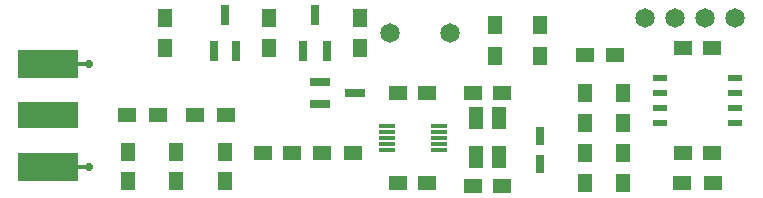
<source format=gbr>
G04 #@! TF.FileFunction,Soldermask,Top*
%FSLAX46Y46*%
G04 Gerber Fmt 4.6, Leading zero omitted, Abs format (unit mm)*
G04 Created by KiCad (PCBNEW 0.201510251816+6278~30~ubuntu14.04.1-product) date Mon 26 Oct 2015 11:17:12 PM CDT*
%MOMM*%
G01*
G04 APERTURE LIST*
%ADD10C,0.100000*%
%ADD11R,1.250000X1.500000*%
%ADD12R,1.500000X1.250000*%
%ADD13R,1.501140X1.198880*%
%ADD14C,1.651000*%
%ADD15R,1.800860X0.800100*%
%ADD16R,1.198880X1.501140*%
%ADD17R,0.800100X1.800860*%
%ADD18R,1.400000X0.300000*%
%ADD19R,1.143000X0.508000*%
%ADD20C,0.711200*%
%ADD21R,0.889000X0.457200*%
%ADD22R,5.080000X2.413000*%
%ADD23R,5.080000X2.286000*%
%ADD24R,1.200000X1.900000*%
%ADD25R,0.700000X1.600000*%
G04 APERTURE END LIST*
D10*
D11*
X126873000Y-87610000D03*
X126873000Y-85110000D03*
X123190000Y-98913000D03*
X123190000Y-96413000D03*
D12*
X128885000Y-96520000D03*
X126385000Y-96520000D03*
D11*
X118999000Y-98913000D03*
X118999000Y-96413000D03*
X118110000Y-85110000D03*
X118110000Y-87610000D03*
X114935000Y-98913000D03*
X114935000Y-96413000D03*
D12*
X144165000Y-91440000D03*
X146665000Y-91440000D03*
X146665000Y-99314000D03*
X144165000Y-99314000D03*
D11*
X156845000Y-99040000D03*
X156845000Y-96540000D03*
D12*
X156190000Y-88265000D03*
X153690000Y-88265000D03*
X164445000Y-96520000D03*
X161945000Y-96520000D03*
X140315000Y-91440000D03*
X137815000Y-91440000D03*
X140315000Y-99060000D03*
X137815000Y-99060000D03*
X164445000Y-87630000D03*
X161945000Y-87630000D03*
D13*
X123220480Y-93345000D03*
X120619520Y-93345000D03*
X131414520Y-96520000D03*
X134015480Y-96520000D03*
X117505480Y-93345000D03*
X114904520Y-93345000D03*
D14*
X137160000Y-86360000D03*
X142240000Y-86360000D03*
X158750000Y-85090000D03*
X161290000Y-85090000D03*
X163830000Y-85090000D03*
X166370000Y-85090000D03*
D15*
X131213860Y-90490000D03*
X131213860Y-92390000D03*
X134216140Y-91440000D03*
D16*
X149860000Y-85694520D03*
X149860000Y-88295480D03*
X146050000Y-85694520D03*
X146050000Y-88295480D03*
X153670000Y-99090480D03*
X153670000Y-96489520D03*
X153670000Y-94010480D03*
X153670000Y-91409520D03*
X156845000Y-91409520D03*
X156845000Y-94010480D03*
D13*
X164495480Y-99060000D03*
X161894520Y-99060000D03*
D17*
X122240000Y-87861140D03*
X124140000Y-87861140D03*
X123190000Y-84858860D03*
D18*
X141265000Y-96250000D03*
X141265000Y-95750000D03*
X141265000Y-95250000D03*
X141265000Y-94750000D03*
X141265000Y-94250000D03*
X136865000Y-94250000D03*
X136865000Y-94750000D03*
X136865000Y-95250000D03*
X136865000Y-95750000D03*
X136865000Y-96250000D03*
D19*
X166370000Y-90170000D03*
X166370000Y-91440000D03*
X166370000Y-92710000D03*
X166370000Y-93980000D03*
X160020000Y-93980000D03*
X160020000Y-92710000D03*
X160020000Y-91440000D03*
X160020000Y-90170000D03*
D20*
X111633000Y-97726500D03*
D21*
X111188500Y-97726500D03*
D22*
X108204000Y-97726500D03*
D23*
X108204000Y-93345000D03*
D22*
X108204000Y-88963500D03*
D21*
X111188500Y-88963500D03*
D20*
X111633000Y-88963500D03*
D17*
X129810000Y-87861140D03*
X131810000Y-87861140D03*
X130810000Y-84858860D03*
D24*
X144415000Y-96900000D03*
X146415000Y-93600000D03*
X146415000Y-96900000D03*
X144415000Y-93600000D03*
D11*
X134620000Y-85110000D03*
X134620000Y-87610000D03*
D25*
X149860000Y-97466000D03*
X149860000Y-95066000D03*
M02*

</source>
